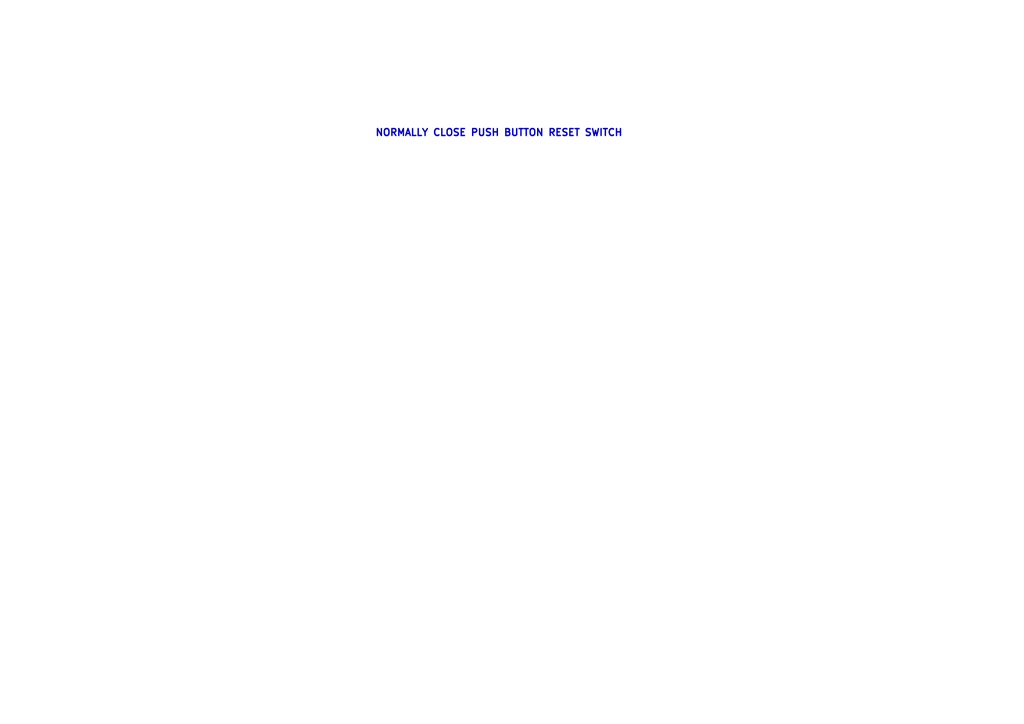
<source format=kicad_sch>
(kicad_sch (version 20230121) (generator eeschema)
  (paper "A4")
  (lib_symbols)
  (text "NORMALLY CLOSE PUSH BUTTON RESET SWITCH\n" (at 108.7407 39.8085 0) (effects (font (size 2 2) (thickness 0.4) bold) (justify left bottom)))
)
</source>
